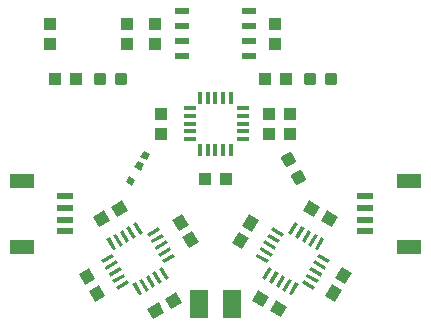
<source format=gtp>
G75*
%MOIN*%
%OFA0B0*%
%FSLAX25Y25*%
%IPPOS*%
%LPD*%
%AMOC8*
5,1,8,0,0,1.08239X$1,22.5*
%
%ADD10R,0.04331X0.03937*%
%ADD11R,0.01181X0.04331*%
%ADD12R,0.04331X0.01181*%
%ADD13R,0.03937X0.04331*%
%ADD14R,0.04724X0.02362*%
%ADD15R,0.07874X0.04724*%
%ADD16R,0.05315X0.02362*%
%ADD17C,0.01181*%
%ADD18R,0.02362X0.02362*%
%ADD19R,0.06299X0.09449*%
D10*
G36*
X0175616Y0168271D02*
X0179364Y0170436D01*
X0181332Y0167029D01*
X0177584Y0164864D01*
X0175616Y0168271D01*
G37*
G36*
X0181412Y0171617D02*
X0185160Y0173782D01*
X0187128Y0170375D01*
X0183380Y0168210D01*
X0181412Y0171617D01*
G37*
G36*
X0190668Y0194210D02*
X0192833Y0190462D01*
X0189426Y0188494D01*
X0187261Y0192242D01*
X0190668Y0194210D01*
G37*
G36*
X0187322Y0200006D02*
X0189487Y0196258D01*
X0186080Y0194290D01*
X0183915Y0198038D01*
X0187322Y0200006D01*
G37*
X0194987Y0211500D03*
X0201680Y0211500D03*
G36*
X0207220Y0196008D02*
X0209385Y0199756D01*
X0212792Y0197788D01*
X0210627Y0194040D01*
X0207220Y0196008D01*
G37*
G36*
X0203874Y0190212D02*
X0206039Y0193960D01*
X0209446Y0191992D01*
X0207281Y0188244D01*
X0203874Y0190212D01*
G37*
G36*
X0214325Y0168887D02*
X0210577Y0171052D01*
X0212545Y0174459D01*
X0216293Y0172294D01*
X0214325Y0168887D01*
G37*
G36*
X0220121Y0165541D02*
X0216373Y0167706D01*
X0218341Y0171113D01*
X0222089Y0168948D01*
X0220121Y0165541D01*
G37*
G36*
X0234874Y0172712D02*
X0237039Y0176460D01*
X0240446Y0174492D01*
X0238281Y0170744D01*
X0234874Y0172712D01*
G37*
G36*
X0238221Y0178508D02*
X0240386Y0182256D01*
X0243793Y0180288D01*
X0241628Y0176540D01*
X0238221Y0178508D01*
G37*
G36*
X0237121Y0195541D02*
X0233373Y0197706D01*
X0235341Y0201113D01*
X0239089Y0198948D01*
X0237121Y0195541D01*
G37*
G36*
X0231325Y0198887D02*
X0227577Y0201052D01*
X0229545Y0204459D01*
X0233293Y0202294D01*
X0231325Y0198887D01*
G37*
X0221680Y0245000D03*
X0214987Y0245000D03*
G36*
X0163374Y0202294D02*
X0167122Y0204459D01*
X0169090Y0201052D01*
X0165342Y0198887D01*
X0163374Y0202294D01*
G37*
G36*
X0157577Y0198948D02*
X0161325Y0201113D01*
X0163293Y0197706D01*
X0159545Y0195541D01*
X0157577Y0198948D01*
G37*
G36*
X0156145Y0182006D02*
X0158310Y0178258D01*
X0154903Y0176290D01*
X0152738Y0180038D01*
X0156145Y0182006D01*
G37*
G36*
X0159491Y0176210D02*
X0161656Y0172462D01*
X0158249Y0170494D01*
X0156084Y0174242D01*
X0159491Y0176210D01*
G37*
X0151680Y0245000D03*
X0144987Y0245000D03*
D11*
X0193215Y0238661D03*
X0195774Y0238661D03*
X0198333Y0238661D03*
X0200892Y0238661D03*
X0203451Y0238661D03*
X0203451Y0221338D03*
X0200892Y0221338D03*
X0198333Y0221338D03*
X0195774Y0221338D03*
X0193215Y0221338D03*
G36*
X0176057Y0192367D02*
X0175467Y0193389D01*
X0179215Y0195553D01*
X0179805Y0194531D01*
X0176057Y0192367D01*
G37*
G36*
X0177337Y0190151D02*
X0176747Y0191173D01*
X0180495Y0193337D01*
X0181085Y0192315D01*
X0177337Y0190151D01*
G37*
G36*
X0178616Y0187935D02*
X0178026Y0188957D01*
X0181774Y0191121D01*
X0182364Y0190099D01*
X0178616Y0187935D01*
G37*
G36*
X0179896Y0185718D02*
X0179306Y0186740D01*
X0183054Y0188904D01*
X0183644Y0187882D01*
X0179896Y0185718D01*
G37*
G36*
X0181175Y0183502D02*
X0180585Y0184524D01*
X0184333Y0186688D01*
X0184923Y0185666D01*
X0181175Y0183502D01*
G37*
G36*
X0179524Y0181637D02*
X0180546Y0182227D01*
X0182710Y0178479D01*
X0181688Y0177889D01*
X0179524Y0181637D01*
G37*
G36*
X0177307Y0180358D02*
X0178329Y0180948D01*
X0180493Y0177200D01*
X0179471Y0176610D01*
X0177307Y0180358D01*
G37*
G36*
X0175091Y0179078D02*
X0176113Y0179668D01*
X0178277Y0175920D01*
X0177255Y0175330D01*
X0175091Y0179078D01*
G37*
G36*
X0172875Y0177799D02*
X0173897Y0178389D01*
X0176061Y0174641D01*
X0175039Y0174051D01*
X0172875Y0177799D01*
G37*
G36*
X0170659Y0176519D02*
X0171681Y0177109D01*
X0173845Y0173361D01*
X0172823Y0172771D01*
X0170659Y0176519D01*
G37*
G36*
X0168991Y0177830D02*
X0169581Y0176808D01*
X0165833Y0174644D01*
X0165243Y0175666D01*
X0168991Y0177830D01*
G37*
G36*
X0167711Y0180046D02*
X0168301Y0179024D01*
X0164553Y0176860D01*
X0163963Y0177882D01*
X0167711Y0180046D01*
G37*
G36*
X0166431Y0182262D02*
X0167021Y0181240D01*
X0163273Y0179076D01*
X0162683Y0180098D01*
X0166431Y0182262D01*
G37*
G36*
X0165152Y0184479D02*
X0165742Y0183457D01*
X0161994Y0181293D01*
X0161404Y0182315D01*
X0165152Y0184479D01*
G37*
G36*
X0163872Y0186695D02*
X0164462Y0185673D01*
X0160714Y0183509D01*
X0160124Y0184531D01*
X0163872Y0186695D01*
G37*
G36*
X0165183Y0188363D02*
X0164161Y0187773D01*
X0161997Y0191521D01*
X0163019Y0192111D01*
X0165183Y0188363D01*
G37*
G36*
X0167400Y0189643D02*
X0166378Y0189053D01*
X0164214Y0192801D01*
X0165236Y0193391D01*
X0167400Y0189643D01*
G37*
G36*
X0169616Y0190922D02*
X0168594Y0190332D01*
X0166430Y0194080D01*
X0167452Y0194670D01*
X0169616Y0190922D01*
G37*
G36*
X0171832Y0192202D02*
X0170810Y0191612D01*
X0168646Y0195360D01*
X0169668Y0195950D01*
X0171832Y0192202D01*
G37*
G36*
X0174048Y0193481D02*
X0173026Y0192891D01*
X0170862Y0196639D01*
X0171884Y0197229D01*
X0174048Y0193481D01*
G37*
G36*
X0216081Y0184524D02*
X0215491Y0183502D01*
X0211743Y0185666D01*
X0212333Y0186688D01*
X0216081Y0184524D01*
G37*
G36*
X0217361Y0186740D02*
X0216771Y0185718D01*
X0213023Y0187882D01*
X0213613Y0188904D01*
X0217361Y0186740D01*
G37*
G36*
X0218640Y0188957D02*
X0218050Y0187935D01*
X0214302Y0190099D01*
X0214892Y0191121D01*
X0218640Y0188957D01*
G37*
G36*
X0219920Y0191173D02*
X0219330Y0190151D01*
X0215582Y0192315D01*
X0216172Y0193337D01*
X0219920Y0191173D01*
G37*
G36*
X0221199Y0193389D02*
X0220609Y0192367D01*
X0216861Y0194531D01*
X0217451Y0195553D01*
X0221199Y0193389D01*
G37*
G36*
X0223641Y0192891D02*
X0222619Y0193481D01*
X0224783Y0197229D01*
X0225805Y0196639D01*
X0223641Y0192891D01*
G37*
G36*
X0225857Y0191612D02*
X0224835Y0192202D01*
X0226999Y0195950D01*
X0228021Y0195360D01*
X0225857Y0191612D01*
G37*
G36*
X0228073Y0190332D02*
X0227051Y0190922D01*
X0229215Y0194670D01*
X0230237Y0194080D01*
X0228073Y0190332D01*
G37*
G36*
X0230289Y0189053D02*
X0229267Y0189643D01*
X0231431Y0193391D01*
X0232453Y0192801D01*
X0230289Y0189053D01*
G37*
G36*
X0232505Y0187773D02*
X0231483Y0188363D01*
X0233647Y0192111D01*
X0234669Y0191521D01*
X0232505Y0187773D01*
G37*
G36*
X0232204Y0185673D02*
X0232794Y0186695D01*
X0236542Y0184531D01*
X0235952Y0183509D01*
X0232204Y0185673D01*
G37*
G36*
X0230925Y0183457D02*
X0231515Y0184479D01*
X0235263Y0182315D01*
X0234673Y0181293D01*
X0230925Y0183457D01*
G37*
G36*
X0229645Y0181240D02*
X0230235Y0182262D01*
X0233983Y0180098D01*
X0233393Y0179076D01*
X0229645Y0181240D01*
G37*
G36*
X0228366Y0179024D02*
X0228956Y0180046D01*
X0232704Y0177882D01*
X0232114Y0176860D01*
X0228366Y0179024D01*
G37*
G36*
X0227086Y0176808D02*
X0227676Y0177830D01*
X0231424Y0175666D01*
X0230834Y0174644D01*
X0227086Y0176808D01*
G37*
G36*
X0224986Y0177109D02*
X0226008Y0176519D01*
X0223844Y0172771D01*
X0222822Y0173361D01*
X0224986Y0177109D01*
G37*
G36*
X0222770Y0178389D02*
X0223792Y0177799D01*
X0221628Y0174051D01*
X0220606Y0174641D01*
X0222770Y0178389D01*
G37*
G36*
X0220554Y0179668D02*
X0221576Y0179078D01*
X0219412Y0175330D01*
X0218390Y0175920D01*
X0220554Y0179668D01*
G37*
G36*
X0218337Y0180948D02*
X0219359Y0180358D01*
X0217195Y0176610D01*
X0216173Y0177200D01*
X0218337Y0180948D01*
G37*
G36*
X0216121Y0182227D02*
X0217143Y0181637D01*
X0214979Y0177889D01*
X0213957Y0178479D01*
X0216121Y0182227D01*
G37*
D12*
X0207388Y0224882D03*
X0207388Y0227441D03*
X0207388Y0230000D03*
X0207388Y0232559D03*
X0207388Y0235118D03*
X0189672Y0235118D03*
X0189672Y0232559D03*
X0189672Y0230000D03*
X0189672Y0227441D03*
X0189672Y0224882D03*
D13*
X0180333Y0226653D03*
X0180333Y0233346D03*
X0178333Y0256653D03*
X0178333Y0263346D03*
X0168833Y0263346D03*
X0168833Y0256653D03*
X0143333Y0256653D03*
X0143333Y0263346D03*
X0218333Y0263346D03*
X0218333Y0256653D03*
X0216333Y0233346D03*
X0223333Y0233346D03*
X0223333Y0226653D03*
X0216333Y0226653D03*
D14*
X0209357Y0252500D03*
X0209357Y0257500D03*
X0209357Y0262500D03*
X0209357Y0267500D03*
X0187310Y0267500D03*
X0187310Y0262500D03*
X0187310Y0257500D03*
X0187310Y0252500D03*
D15*
X0133865Y0211024D03*
X0133865Y0188976D03*
X0262802Y0188976D03*
X0262802Y0211024D03*
D16*
X0248333Y0205906D03*
X0248333Y0201969D03*
X0248333Y0198031D03*
X0248333Y0194094D03*
X0148334Y0194094D03*
X0148334Y0198031D03*
X0148334Y0201969D03*
X0148334Y0205906D03*
D17*
X0158503Y0243622D02*
X0158503Y0246378D01*
X0161259Y0246378D01*
X0161259Y0243622D01*
X0158503Y0243622D01*
X0158503Y0244744D02*
X0161259Y0244744D01*
X0161259Y0245866D02*
X0158503Y0245866D01*
X0165408Y0246378D02*
X0165408Y0243622D01*
X0165408Y0246378D02*
X0168164Y0246378D01*
X0168164Y0243622D01*
X0165408Y0243622D01*
X0165408Y0244744D02*
X0168164Y0244744D01*
X0168164Y0245866D02*
X0165408Y0245866D01*
X0220725Y0218494D02*
X0223111Y0219872D01*
X0224489Y0217486D01*
X0222103Y0216108D01*
X0220725Y0218494D01*
X0221455Y0217230D02*
X0224046Y0217230D01*
X0223989Y0218352D02*
X0220807Y0218352D01*
X0222422Y0219474D02*
X0223341Y0219474D01*
X0226564Y0213892D02*
X0224178Y0212514D01*
X0226564Y0213892D02*
X0227942Y0211506D01*
X0225556Y0210128D01*
X0224178Y0212514D01*
X0224908Y0211250D02*
X0227499Y0211250D01*
X0227442Y0212372D02*
X0224260Y0212372D01*
X0225875Y0213494D02*
X0226794Y0213494D01*
X0228502Y0243622D02*
X0228502Y0246378D01*
X0231258Y0246378D01*
X0231258Y0243622D01*
X0228502Y0243622D01*
X0228502Y0244744D02*
X0231258Y0244744D01*
X0231258Y0245866D02*
X0228502Y0245866D01*
X0235408Y0246378D02*
X0235408Y0243622D01*
X0235408Y0246378D02*
X0238164Y0246378D01*
X0238164Y0243622D01*
X0235408Y0243622D01*
X0235408Y0244744D02*
X0238164Y0244744D01*
X0238164Y0245866D02*
X0235408Y0245866D01*
D18*
G36*
X0176525Y0219864D02*
X0175344Y0217819D01*
X0173299Y0219000D01*
X0174480Y0221045D01*
X0176525Y0219864D01*
G37*
G36*
X0174557Y0216455D02*
X0173376Y0214410D01*
X0171331Y0215591D01*
X0172512Y0217636D01*
X0174557Y0216455D01*
G37*
G36*
X0171604Y0211340D02*
X0170423Y0209295D01*
X0168378Y0210476D01*
X0169559Y0212521D01*
X0171604Y0211340D01*
G37*
D19*
X0192723Y0170000D03*
X0203944Y0170000D03*
M02*

</source>
